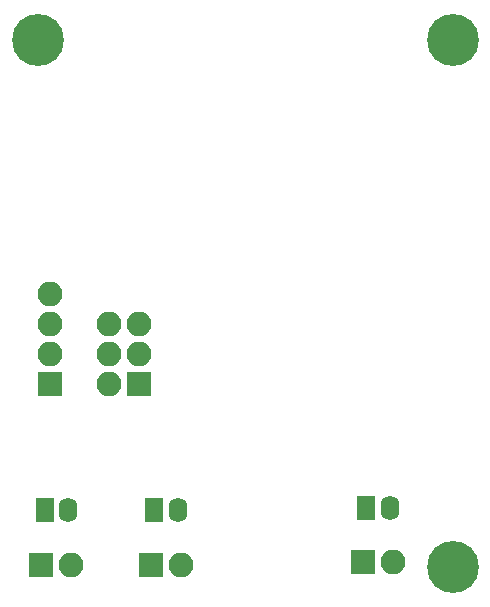
<source format=gbr>
G04 #@! TF.GenerationSoftware,KiCad,Pcbnew,(5.0.0)*
G04 #@! TF.CreationDate,2019-03-26T19:26:32+00:00*
G04 #@! TF.ProjectId,v4,76342E6B696361645F70636200000000,rev?*
G04 #@! TF.SameCoordinates,Original*
G04 #@! TF.FileFunction,Soldermask,Bot*
G04 #@! TF.FilePolarity,Negative*
%FSLAX46Y46*%
G04 Gerber Fmt 4.6, Leading zero omitted, Abs format (unit mm)*
G04 Created by KiCad (PCBNEW (5.0.0)) date 03/26/19 19:26:32*
%MOMM*%
%LPD*%
G01*
G04 APERTURE LIST*
%ADD10C,4.400000*%
%ADD11R,2.100000X2.100000*%
%ADD12O,2.100000X2.100000*%
%ADD13R,1.600000X2.100000*%
%ADD14O,1.600000X2.100000*%
G04 APERTURE END LIST*
D10*
G04 #@! TO.C,REF\002A\002A*
X89204800Y-57302400D03*
G04 #@! TD*
G04 #@! TO.C,REF\002A\002A*
X54051200Y-57302400D03*
G04 #@! TD*
G04 #@! TO.C,REF\002A\002A*
X89204800Y-101854000D03*
G04 #@! TD*
D11*
G04 #@! TO.C,J7*
X63652400Y-101701600D03*
D12*
X66192400Y-101701600D03*
G04 #@! TD*
D13*
G04 #@! TO.C,J3*
X63906400Y-97078800D03*
D14*
X65906400Y-97078800D03*
G04 #@! TD*
D11*
G04 #@! TO.C,J2*
X62636400Y-86410800D03*
D12*
X60096400Y-86410800D03*
X62636400Y-83870800D03*
X60096400Y-83870800D03*
X62636400Y-81330800D03*
X60096400Y-81330800D03*
G04 #@! TD*
D13*
G04 #@! TO.C,J1*
X81889600Y-96926400D03*
D14*
X83889600Y-96926400D03*
G04 #@! TD*
D13*
G04 #@! TO.C,J4*
X54660800Y-97078800D03*
D14*
X56660800Y-97078800D03*
G04 #@! TD*
D11*
G04 #@! TO.C,J5*
X81584800Y-101447600D03*
D12*
X84124800Y-101447600D03*
G04 #@! TD*
D11*
G04 #@! TO.C,J6*
X54305200Y-101701600D03*
D12*
X56845200Y-101701600D03*
G04 #@! TD*
G04 #@! TO.C,J8*
X55118000Y-78790800D03*
X55118000Y-81330800D03*
X55118000Y-83870800D03*
D11*
X55118000Y-86410800D03*
G04 #@! TD*
M02*

</source>
